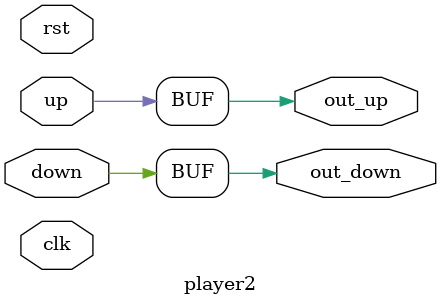
<source format=v>
module player2 (
	input wire clk,
	input wire rst,
	input wire up, 
    input wire down, 
	output wire out_up,
    output wire out_down
);
    assign out_up = up;
    assign out_down = down;
endmodule
</source>
